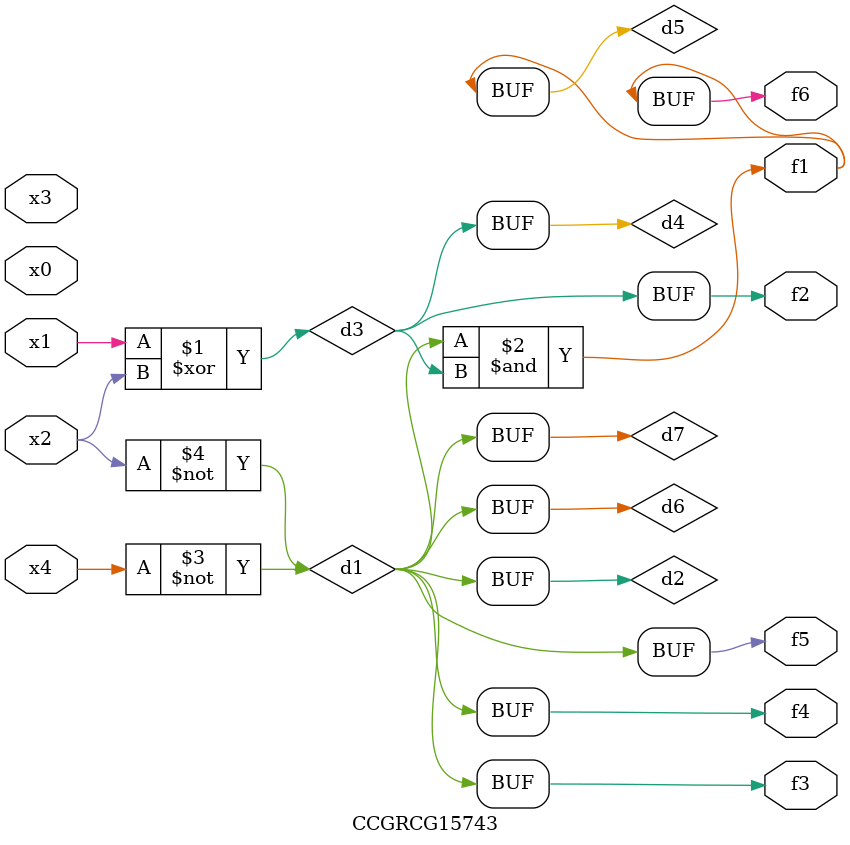
<source format=v>
module CCGRCG15743(
	input x0, x1, x2, x3, x4,
	output f1, f2, f3, f4, f5, f6
);

	wire d1, d2, d3, d4, d5, d6, d7;

	not (d1, x4);
	not (d2, x2);
	xor (d3, x1, x2);
	buf (d4, d3);
	and (d5, d1, d3);
	buf (d6, d1, d2);
	buf (d7, d2);
	assign f1 = d5;
	assign f2 = d4;
	assign f3 = d7;
	assign f4 = d7;
	assign f5 = d7;
	assign f6 = d5;
endmodule

</source>
